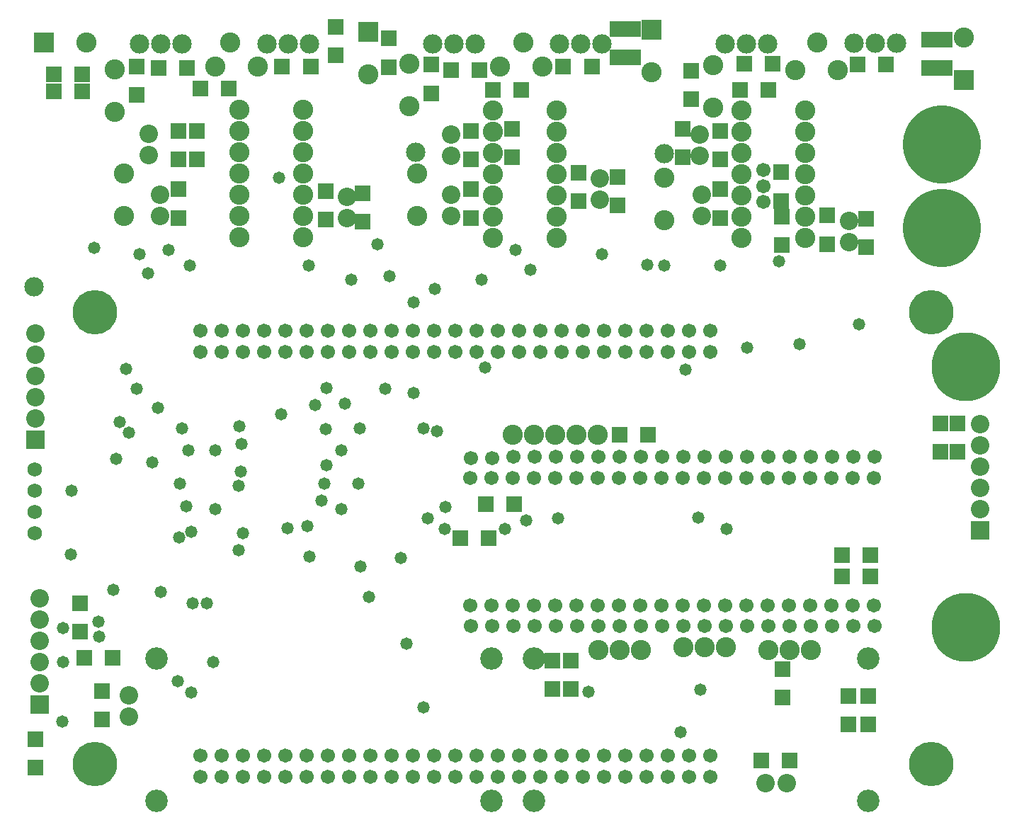
<source format=gbs>
G04 Layer_Color=16711935*
%FSLAX23Y23*%
%MOIN*%
G70*
G01*
G75*
%ADD46R,0.072X0.072*%
%ADD47R,0.072X0.072*%
%ADD52C,0.087*%
%ADD53C,0.095*%
%ADD54C,0.106*%
%ADD55C,0.067*%
%ADD56C,0.368*%
%ADD57C,0.067*%
%ADD58C,0.323*%
%ADD59C,0.209*%
%ADD60C,0.091*%
%ADD61R,0.095X0.095*%
%ADD62R,0.087X0.087*%
%ADD63R,0.095X0.095*%
%ADD64C,0.068*%
%ADD65C,0.058*%
D46*
X7569Y4572D02*
D03*
Y4438D02*
D03*
X7490Y4572D02*
D03*
Y4438D02*
D03*
X6742Y5412D02*
D03*
Y5546D02*
D03*
X3991Y5816D02*
D03*
Y5950D02*
D03*
X6275Y5826D02*
D03*
Y5960D02*
D03*
X7141Y5402D02*
D03*
Y5536D02*
D03*
X5472Y5826D02*
D03*
Y5960D02*
D03*
X5969Y5599D02*
D03*
Y5733D02*
D03*
X4769Y5521D02*
D03*
Y5655D02*
D03*
X4892Y6384D02*
D03*
Y6250D02*
D03*
X5969Y6430D02*
D03*
Y6296D02*
D03*
X7510Y6246D02*
D03*
Y6380D02*
D03*
X7057Y3289D02*
D03*
Y3155D02*
D03*
X5664Y3456D02*
D03*
Y3322D02*
D03*
X6747Y3281D02*
D03*
Y3415D02*
D03*
X3543Y3178D02*
D03*
Y3312D02*
D03*
X3440Y3725D02*
D03*
Y3591D02*
D03*
X3228Y3086D02*
D03*
Y2952D02*
D03*
X7151Y3155D02*
D03*
Y3289D02*
D03*
X5748Y3322D02*
D03*
Y3456D02*
D03*
X3706Y6253D02*
D03*
Y6119D02*
D03*
X3903Y5540D02*
D03*
Y5674D02*
D03*
Y5816D02*
D03*
Y5950D02*
D03*
X6316Y6233D02*
D03*
Y6099D02*
D03*
X5092Y6261D02*
D03*
Y6127D02*
D03*
X6043Y6430D02*
D03*
Y6296D02*
D03*
X7435Y6246D02*
D03*
Y6380D02*
D03*
X6452Y5816D02*
D03*
Y5950D02*
D03*
Y5540D02*
D03*
Y5674D02*
D03*
X5281Y5540D02*
D03*
Y5674D02*
D03*
Y5816D02*
D03*
Y5950D02*
D03*
X4643Y6438D02*
D03*
Y6304D02*
D03*
X4597Y5532D02*
D03*
Y5666D02*
D03*
X5785Y5619D02*
D03*
Y5753D02*
D03*
X6956Y5417D02*
D03*
Y5551D02*
D03*
X6740Y5754D02*
D03*
Y5620D02*
D03*
D47*
X3450Y6137D02*
D03*
X3316D02*
D03*
X6781Y2987D02*
D03*
X6647D02*
D03*
X6112Y4518D02*
D03*
X5978D02*
D03*
X5482Y4193D02*
D03*
X5348D02*
D03*
X7160Y3853D02*
D03*
X7026D02*
D03*
X7160Y3952D02*
D03*
X7026D02*
D03*
X5364Y4031D02*
D03*
X5230D02*
D03*
X3593Y3469D02*
D03*
X3459D02*
D03*
X3943Y6245D02*
D03*
X3809D02*
D03*
X4139Y6150D02*
D03*
X4005D02*
D03*
X7234Y6261D02*
D03*
X7100D02*
D03*
X6699Y6265D02*
D03*
X6565D02*
D03*
X5848Y6253D02*
D03*
X5714D02*
D03*
X4525D02*
D03*
X4391D02*
D03*
X6680Y6143D02*
D03*
X6546D02*
D03*
X5320Y6237D02*
D03*
X5186D02*
D03*
X3316Y6217D02*
D03*
X3450D02*
D03*
X5517Y6143D02*
D03*
X5383D02*
D03*
D52*
X6665Y2880D02*
D03*
X6765D02*
D03*
X3668Y3193D02*
D03*
Y3293D02*
D03*
X4695Y5540D02*
D03*
Y5640D02*
D03*
X3816Y5548D02*
D03*
Y5648D02*
D03*
X3762Y5835D02*
D03*
Y5935D02*
D03*
X5887Y5627D02*
D03*
Y5727D02*
D03*
X5185Y5550D02*
D03*
Y5650D02*
D03*
X5186Y5832D02*
D03*
Y5932D02*
D03*
X7058Y5425D02*
D03*
Y5525D02*
D03*
X6365Y5548D02*
D03*
Y5648D02*
D03*
X6357Y5832D02*
D03*
Y5932D02*
D03*
X3230Y4695D02*
D03*
Y4895D02*
D03*
Y4795D02*
D03*
Y4595D02*
D03*
Y4995D02*
D03*
X7675Y4270D02*
D03*
Y4470D02*
D03*
Y4370D02*
D03*
Y4170D02*
D03*
Y4570D02*
D03*
X3250Y3450D02*
D03*
Y3650D02*
D03*
Y3750D02*
D03*
Y3350D02*
D03*
Y3550D02*
D03*
D53*
X3604Y6240D02*
D03*
Y6040D02*
D03*
X4990Y6264D02*
D03*
Y6064D02*
D03*
X6419Y6260D02*
D03*
Y6060D02*
D03*
X5978Y3504D02*
D03*
X6378Y3519D02*
D03*
X6078Y3504D02*
D03*
X6878D02*
D03*
X5878D02*
D03*
X4147Y6367D02*
D03*
X5525D02*
D03*
X6911D02*
D03*
X6278Y3519D02*
D03*
X5777Y4520D02*
D03*
X5677D02*
D03*
X5577D02*
D03*
X6478Y3519D02*
D03*
X5477Y4520D02*
D03*
X6778Y3504D02*
D03*
X5877Y4520D02*
D03*
X6678Y3504D02*
D03*
X4190Y5649D02*
D03*
Y5549D02*
D03*
Y5949D02*
D03*
Y5849D02*
D03*
X4490Y5549D02*
D03*
Y5649D02*
D03*
Y5849D02*
D03*
Y5949D02*
D03*
X4190Y5749D02*
D03*
Y5449D02*
D03*
Y6049D02*
D03*
X4490Y5449D02*
D03*
Y5749D02*
D03*
Y6049D02*
D03*
X5383Y5644D02*
D03*
Y5544D02*
D03*
Y5944D02*
D03*
Y5844D02*
D03*
X5683Y5544D02*
D03*
Y5644D02*
D03*
Y5844D02*
D03*
Y5944D02*
D03*
X5383Y5744D02*
D03*
Y5444D02*
D03*
Y6044D02*
D03*
X5683Y5444D02*
D03*
Y5744D02*
D03*
Y6044D02*
D03*
X6554Y5646D02*
D03*
Y5546D02*
D03*
Y5946D02*
D03*
Y5846D02*
D03*
X6854Y5546D02*
D03*
Y5646D02*
D03*
Y5846D02*
D03*
Y5946D02*
D03*
X6554Y5746D02*
D03*
Y5446D02*
D03*
Y6046D02*
D03*
X6854Y5446D02*
D03*
Y5746D02*
D03*
Y6046D02*
D03*
X3647Y5748D02*
D03*
Y5548D02*
D03*
X6188Y5728D02*
D03*
Y5528D02*
D03*
X4276Y6253D02*
D03*
X4076D02*
D03*
X5025Y5748D02*
D03*
Y5548D02*
D03*
X5615Y6253D02*
D03*
X5415D02*
D03*
X7006Y6235D02*
D03*
X6806D02*
D03*
X4797Y6214D02*
D03*
X7600Y6390D02*
D03*
X6130Y6225D02*
D03*
X3471Y6365D02*
D03*
D54*
X5575Y3464D02*
D03*
X7150D02*
D03*
X5575Y2795D02*
D03*
X7150D02*
D03*
X3800Y3464D02*
D03*
X5375D02*
D03*
X3800Y2795D02*
D03*
X5375D02*
D03*
D55*
X6577Y4315D02*
D03*
X6877D02*
D03*
X7177D02*
D03*
Y3715D02*
D03*
X6877D02*
D03*
X6577D02*
D03*
X5377Y4315D02*
D03*
X5677D02*
D03*
X5977D02*
D03*
X6277D02*
D03*
Y3715D02*
D03*
X5977D02*
D03*
X5677D02*
D03*
X5377D02*
D03*
X7077Y4315D02*
D03*
X6977D02*
D03*
Y3715D02*
D03*
X7077D02*
D03*
X6777Y4315D02*
D03*
X6677D02*
D03*
Y3715D02*
D03*
X6777D02*
D03*
X6477Y4315D02*
D03*
X6377D02*
D03*
Y3715D02*
D03*
X6477D02*
D03*
X6177Y4315D02*
D03*
X6077D02*
D03*
Y3715D02*
D03*
X6177D02*
D03*
X5877Y4315D02*
D03*
X5777D02*
D03*
Y3715D02*
D03*
X5877D02*
D03*
X5577Y4315D02*
D03*
X5477D02*
D03*
Y3715D02*
D03*
X5577D02*
D03*
X5277Y4315D02*
D03*
Y3715D02*
D03*
X6405Y5010D02*
D03*
Y4910D02*
D03*
X6305Y5010D02*
D03*
Y4910D02*
D03*
X6205Y5010D02*
D03*
Y4910D02*
D03*
X6105Y5010D02*
D03*
Y4910D02*
D03*
X6005Y5010D02*
D03*
Y4910D02*
D03*
X5905Y5010D02*
D03*
Y4910D02*
D03*
X5805Y5010D02*
D03*
Y4910D02*
D03*
X5705Y5010D02*
D03*
Y4910D02*
D03*
X5605Y5010D02*
D03*
Y4910D02*
D03*
X5505Y5010D02*
D03*
Y4910D02*
D03*
X5405Y5010D02*
D03*
Y4910D02*
D03*
X5305Y5010D02*
D03*
Y4910D02*
D03*
X5205Y5010D02*
D03*
Y4910D02*
D03*
X5105Y5010D02*
D03*
Y4910D02*
D03*
X5005Y5010D02*
D03*
Y4910D02*
D03*
X4905Y5010D02*
D03*
Y4910D02*
D03*
X4805Y5010D02*
D03*
Y4910D02*
D03*
X4705Y5010D02*
D03*
Y4910D02*
D03*
X4605Y5010D02*
D03*
Y4910D02*
D03*
X4505Y5010D02*
D03*
Y4910D02*
D03*
X4405Y5010D02*
D03*
Y4910D02*
D03*
X4305Y5010D02*
D03*
Y4910D02*
D03*
X4205Y5010D02*
D03*
Y4910D02*
D03*
X4105Y5010D02*
D03*
Y4910D02*
D03*
X4005Y5010D02*
D03*
Y4910D02*
D03*
X6405Y3010D02*
D03*
Y2910D02*
D03*
X6305Y3010D02*
D03*
Y2910D02*
D03*
X6205Y3010D02*
D03*
Y2910D02*
D03*
X6105Y3010D02*
D03*
Y2910D02*
D03*
X6005Y3010D02*
D03*
Y2910D02*
D03*
X5905Y3010D02*
D03*
Y2910D02*
D03*
X5805Y3010D02*
D03*
Y2910D02*
D03*
X5705Y3010D02*
D03*
Y2910D02*
D03*
X5605Y3010D02*
D03*
Y2910D02*
D03*
X5505Y3010D02*
D03*
Y2910D02*
D03*
X5405Y3010D02*
D03*
Y2910D02*
D03*
X5305Y3010D02*
D03*
Y2910D02*
D03*
X5205Y3010D02*
D03*
Y2910D02*
D03*
X5105Y3010D02*
D03*
Y2910D02*
D03*
X5005Y3010D02*
D03*
Y2910D02*
D03*
X4905Y3010D02*
D03*
Y2910D02*
D03*
X4805Y3010D02*
D03*
Y2910D02*
D03*
X4705Y3010D02*
D03*
Y2910D02*
D03*
X4605Y3010D02*
D03*
Y2910D02*
D03*
X4505Y3010D02*
D03*
Y2910D02*
D03*
X4405Y3010D02*
D03*
Y2910D02*
D03*
X4305Y3010D02*
D03*
Y2910D02*
D03*
X4205Y3010D02*
D03*
Y2910D02*
D03*
X4105Y3010D02*
D03*
Y2910D02*
D03*
X4005Y3010D02*
D03*
Y2910D02*
D03*
X7178Y4414D02*
D03*
X7078D02*
D03*
X6678D02*
D03*
X6578D02*
D03*
X6978D02*
D03*
X6878D02*
D03*
X6778D02*
D03*
X6078D02*
D03*
X6478D02*
D03*
X6378D02*
D03*
X6278D02*
D03*
X6178D02*
D03*
X5978D02*
D03*
X5878D02*
D03*
X5778D02*
D03*
X5678D02*
D03*
X5578D02*
D03*
X5478D02*
D03*
X5278Y4409D02*
D03*
X7178Y3619D02*
D03*
X7078D02*
D03*
X6978D02*
D03*
X6878D02*
D03*
X6778D02*
D03*
X6678D02*
D03*
X6578D02*
D03*
X6378D02*
D03*
X6278D02*
D03*
X6178D02*
D03*
X6078D02*
D03*
X5878D02*
D03*
X5778D02*
D03*
X5678D02*
D03*
X5578D02*
D03*
X5478D02*
D03*
X5378D02*
D03*
X5278D02*
D03*
X5378Y4409D02*
D03*
X6478Y3619D02*
D03*
X5978D02*
D03*
D56*
X7497Y5493D02*
D03*
Y5887D02*
D03*
D57*
X6655Y5690D02*
D03*
Y5765D02*
D03*
Y5615D02*
D03*
D58*
X7608Y3612D02*
D03*
Y4838D02*
D03*
D59*
X3509Y2969D02*
D03*
Y5095D02*
D03*
X7446Y2969D02*
D03*
Y5095D02*
D03*
D60*
X4319Y6360D02*
D03*
X4419D02*
D03*
X4519D02*
D03*
X5697D02*
D03*
X5797D02*
D03*
X5897D02*
D03*
X5099D02*
D03*
X5199D02*
D03*
X5299D02*
D03*
X6477Y6358D02*
D03*
X6577D02*
D03*
X6677D02*
D03*
X3721Y6360D02*
D03*
X3821D02*
D03*
X3921D02*
D03*
X7084Y6363D02*
D03*
X7184D02*
D03*
X7284D02*
D03*
X3223Y5217D02*
D03*
X5018Y5848D02*
D03*
X6188Y5843D02*
D03*
D61*
X4797Y6414D02*
D03*
X7600Y6190D02*
D03*
X6130Y6425D02*
D03*
D62*
X3230Y4495D02*
D03*
X7675Y4070D02*
D03*
X3250Y3250D02*
D03*
D63*
X3271Y6365D02*
D03*
D64*
X3225Y4155D02*
D03*
Y4055D02*
D03*
Y4355D02*
D03*
Y4255D02*
D03*
D65*
X5832Y3310D02*
D03*
X5440Y4075D02*
D03*
X6452Y5315D02*
D03*
X3962Y3307D02*
D03*
X4065Y3450D02*
D03*
X3360D02*
D03*
X3355Y3170D02*
D03*
X3820Y3780D02*
D03*
X5055Y3235D02*
D03*
X4075Y4170D02*
D03*
X4670D02*
D03*
X4075Y4445D02*
D03*
X4670D02*
D03*
X5008Y5142D02*
D03*
X3905Y4035D02*
D03*
X3900Y3360D02*
D03*
X4715Y5250D02*
D03*
X3360Y3610D02*
D03*
X3970Y3725D02*
D03*
X4875Y4735D02*
D03*
X5345Y4835D02*
D03*
X6110Y5320D02*
D03*
X3805Y4645D02*
D03*
X3655Y4830D02*
D03*
X4895Y5265D02*
D03*
X3505Y5400D02*
D03*
X3400Y4255D02*
D03*
X3395Y3955D02*
D03*
X3530Y3570D02*
D03*
X3595Y3790D02*
D03*
X3525Y3640D02*
D03*
X3964Y4063D02*
D03*
X4035Y3725D02*
D03*
X4975Y3535D02*
D03*
X6265Y3120D02*
D03*
X3940Y4182D02*
D03*
X3920Y4550D02*
D03*
X4599Y4376D02*
D03*
X3855Y5390D02*
D03*
X4205Y4055D02*
D03*
X4185Y3975D02*
D03*
X3625Y4580D02*
D03*
X3610Y4405D02*
D03*
X4185Y4280D02*
D03*
X3910Y4290D02*
D03*
X3950Y4445D02*
D03*
X3670Y4530D02*
D03*
X6730Y5335D02*
D03*
X4375Y5730D02*
D03*
X4195Y4345D02*
D03*
X4575Y4210D02*
D03*
X4590Y4290D02*
D03*
X4190Y4560D02*
D03*
X5155Y4075D02*
D03*
X4800Y3755D02*
D03*
X6360Y3320D02*
D03*
X4385Y4615D02*
D03*
X4600Y4740D02*
D03*
X4685Y4665D02*
D03*
X4200Y4475D02*
D03*
X4755Y4550D02*
D03*
X4595Y4545D02*
D03*
X6580Y4930D02*
D03*
X4750Y4290D02*
D03*
X6190Y5315D02*
D03*
X5895Y5370D02*
D03*
X6825Y4945D02*
D03*
X7105Y5040D02*
D03*
X4515Y5315D02*
D03*
X3720Y5370D02*
D03*
X3760Y5280D02*
D03*
X3780Y4390D02*
D03*
X3955Y5315D02*
D03*
X3705Y4735D02*
D03*
X5110Y5205D02*
D03*
X6484Y4074D02*
D03*
X5690Y4125D02*
D03*
X5160Y4180D02*
D03*
X5055Y4550D02*
D03*
X5120Y4535D02*
D03*
X5010Y4715D02*
D03*
X4545Y4660D02*
D03*
X4415Y4080D02*
D03*
X4510Y4090D02*
D03*
X4520Y3945D02*
D03*
X4760Y3900D02*
D03*
X5540Y4115D02*
D03*
X4950Y3940D02*
D03*
X5075Y4125D02*
D03*
X6350Y4130D02*
D03*
X4840Y5415D02*
D03*
X5490Y5390D02*
D03*
X5330Y5250D02*
D03*
X5560Y5295D02*
D03*
X6290Y4825D02*
D03*
M02*

</source>
